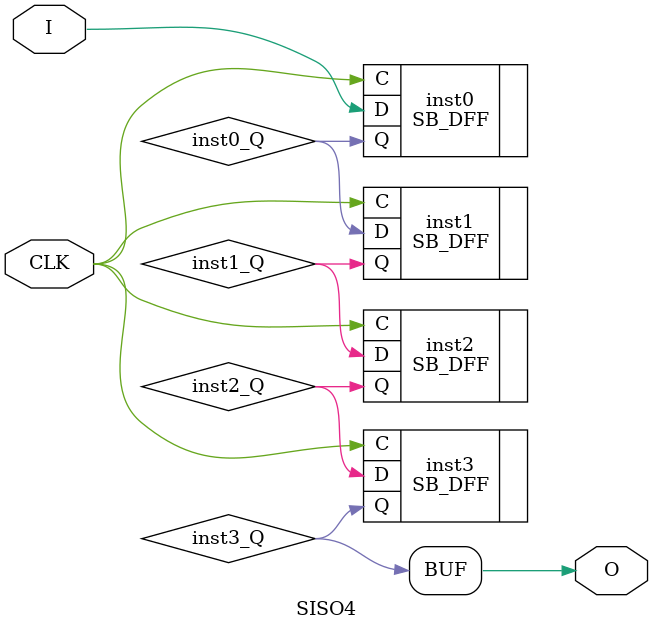
<source format=v>
module SISO4 (input  I, output  O, input  CLK);
wire  inst0_Q;
wire  inst1_Q;
wire  inst2_Q;
wire  inst3_Q;
SB_DFF inst0 (.C(CLK), .D(I), .Q(inst0_Q));
SB_DFF inst1 (.C(CLK), .D(inst0_Q), .Q(inst1_Q));
SB_DFF inst2 (.C(CLK), .D(inst1_Q), .Q(inst2_Q));
SB_DFF inst3 (.C(CLK), .D(inst2_Q), .Q(inst3_Q));
assign O = inst3_Q;
endmodule


</source>
